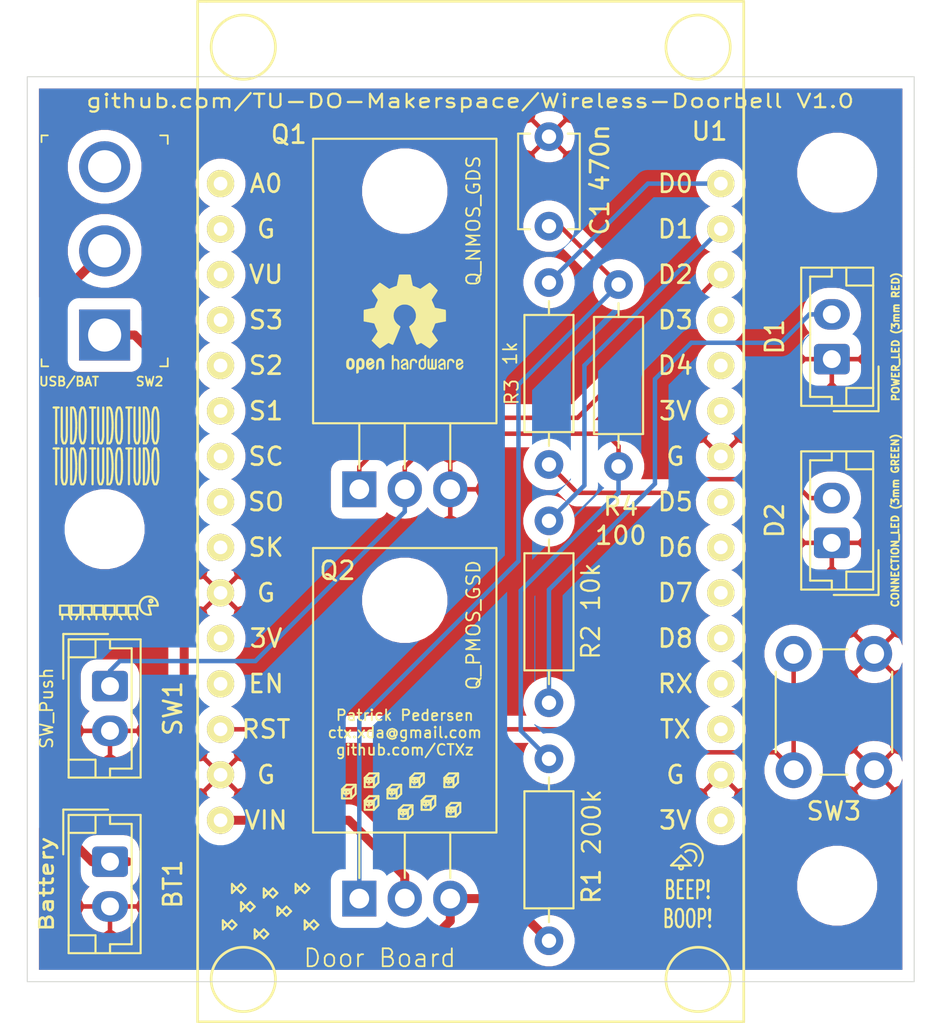
<source format=kicad_pcb>
(kicad_pcb (version 20221018) (generator pcbnew)
  (title_block (title "TUDO Doorbell PCB / Door") (date "2021-12-07") (rev "V1.0") (company "TUDO Makerspace") (comment 1 "https://tapr.org/the-tapr-open-hardware-license/") (comment 2 "License: TAPR Open Hardware License v1.0") (comment 3 "ctx.xda@gmail.com") (comment 4 "Author: Patrick Pedersen"))
  (layers (0 "F.Cu" signal) (31 "B.Cu" signal) (34 "B.Paste" user) (35 "F.Paste" user) (36 "B.SilkS" user "B.Silkscreen") (37 "F.SilkS" user "F.Silkscreen") (38 "B.Mask" user) (39 "F.Mask" user) (44 "Edge.Cuts" user))
  (net 0 "")
  (net 1 "GND")
  (net 2 "9V_BAT_+")
  (net 3 "Net-(C1-Pad1)")
  (net 4 "POWER_LED")
  (net 5 "CONNECTION_LED")
  (net 6 "POWER_LATCH")
  (net 7 "NODE_VIN")
  (net 8 "Net-(U1-Pad18)")
  (net 9 "Net-(U1-Pad19)")
  (net 10 "Net-(U1-Pad20)")
  (net 11 "Net-(U1-Pad21)")
  (net 12 "Net-(U1-Pad22)")
  (net 13 "Net-(U1-Pad23)")
  (net 14 "Net-(U1-Pad26)")
  (net 15 "Net-(U1-Pad12)")
  (net 16 "Net-(U1-Pad9)")
  (net 17 "Net-(U1-Pad8)")
  (net 18 "Net-(U1-Pad7)")
  (net 19 "Net-(U1-Pad6)")
  (net 20 "Net-(U1-Pad5)")
  (net 21 "Net-(U1-Pad4)")
  (net 22 "Net-(U1-Pad3)")
  (net 23 "Net-(U1-Pad2)")
  (net 24 "Net-(U1-Pad1)")
  (net 25 "Net-(D1-Pad2)")
  (net 26 "Net-(D2-Pad2)")
  (net 27 "Net-(BT1-Pad1)")
  (net 28 "Net-(Q1-Pad2)")
  (net 29 "DBG_BTN")
  (net 30 "RST_BTN")
  (footprint "MountingHole:MountingHole_3.2mm_M3" (layer "F.Cu") (at 57.152 114.935)
    (fp_text reference "REF**" hide)
    (fp_text value "MountingHole_3.2mm_M3" hide)
    (pad "" np_thru_hole circle (at 0 0) (size 3.2 3.2) (drill 3.2) (layers "*.Cu" "*.Mask"))
  )
  (footprint "MountingHole:MountingHole_3.2mm_M3" (layer "F.Cu") (at 98.0628 95.021)
    (fp_text reference "REF**" hide)
    (fp_text value "MountingHole_3.2mm_M3" hide)
    (pad "" np_thru_hole circle (at 0 0) (size 3.2 3.2) (drill 3.2) (layers "*.Cu" "*.Mask"))
  )
  (footprint "Connector_JST:JST_EH_B2B-EH-A_1x02_P2.50mm_Vertical" (layer "F.Cu") (at 97.7628 105.4354 90)
    (fp_text reference "D1" (at 1.25 -3.1905 90) (layer "F.SilkS"))
    (fp_text value "POWER_LED (3mm RED)" (at 1.25 3.5659 90) (layer "F.SilkS") (effects (font (size 0.4 0.4) (thickness 0.1))))
    (pad "1" thru_hole roundrect (at 0 0 90) (size 1.7 2) (drill 1) (layers "*.Cu" "*.Mask") (roundrect_rratio 0.147) (net 1 "GND"))
    (pad "2" thru_hole oval (at 2.5 0 90) (size 1.7 2) (drill 1) (layers "*.Cu" "*.Mask") (net 25 "Net-(D1-Pad2)"))
  )
  (footprint "Package_TO_SOT_THT:TO-220-3_Horizontal_TabDown" (layer "F.Cu") (at 71.374 112.707)
    (fp_text reference "Q1" (at -3.937 -19.8192) (layer "F.SilkS"))
    (fp_text value "Q_NMOS_GDS" (at 6.3754 -14.9932 90) (layer "F.SilkS") (effects (font (size 0.75 0.75) (thickness 0.1))))
    (pad "" np_thru_hole oval (at 2.54 -16.66) (size 3.5 3.5) (drill 3.5) (layers "*.Cu" "*.Mask"))
    (pad "1" thru_hole rect (at 0 0) (size 1.905 2) (drill 1.1) (layers "*.Cu" "*.Mask") (net 6 "POWER_LATCH"))
    (pad "2" thru_hole oval (at 2.54 0) (size 1.905 2) (drill 1.1) (layers "*.Cu" "*.Mask") (net 28 "Net-(Q1-Pad2)"))
    (pad "3" thru_hole oval (at 5.08 0) (size 1.905 2) (drill 1.1) (layers "*.Cu" "*.Mask") (net 1 "GND"))
  )
  (footprint "ESP8266-Kicad:NodeMCU-LoLinV3" (layer "F.Cu") (at 77.595 115.951)
    (fp_text reference "U1" (at 13.337 -23.241) (layer "F.SilkS"))
    (fp_text value "NODEMCU v3")
    (fp_text user "D6" (at 11.43 0) (layer "F.SilkS"))
    (fp_text user "3V" (at 11.43 15.24) (layer "F.SilkS"))
    (fp_text user "SC" (at -11.43 -5.08) (layer "F.SilkS"))
    (fp_text user "3V" (at 11.43 -7.62) (layer "F.SilkS"))
    (fp_text user "VIN" (at -11.43 15.24) (layer "F.SilkS"))
    (fp_text user "D0" (at 11.43 -20.32) (layer "F.SilkS"))
    (fp_text user "D5" (at 11.43 -2.54) (layer "F.SilkS"))
    (fp_text user "D2" (at 11.43 -15.24) (layer "F.SilkS"))
    (fp_text user "S3" (at -11.43 -12.7) (layer "F.SilkS"))
    (fp_text user "TX" (at 11.43 10.16) (layer "F.SilkS"))
    (fp_text user "S1" (at -11.43 -7.62) (layer "F.SilkS"))
    (fp_text user "G" (at -11.43 2.54) (layer "F.SilkS"))
    (fp_text user "D8" (at 11.43 5.08) (layer "F.SilkS"))
    (fp_text user "D4" (at 11.43 -10.16) (layer "F.SilkS"))
    (fp_text user "RX" (at 11.43 7.62) (layer "F.SilkS"))
    (fp_text user "A0" (at -11.43 -20.32) (layer "F.SilkS"))
    (fp_text user "RST" (at -11.43 10.16) (layer "F.SilkS"))
    (fp_text user "G" (at 11.43 -5.08) (layer "F.SilkS"))
    (fp_text user "G" (at 11.43 12.7) (layer "F.SilkS"))
    (fp_text user "G" (at -11.43 -17.78) (layer "F.SilkS"))
    (fp_text user "S2" (at -11.43 -10.16) (layer "F.SilkS"))
    (fp_text user "D3" (at 11.43 -12.7) (layer "F.SilkS"))
    (fp_text user "D7" (at 11.43 2.54) (layer "F.SilkS"))
    (fp_text user "EN" (at -11.43 7.62) (layer "F.SilkS"))
    (fp_text user "SO" (at -11.43 -2.54) (layer "F.SilkS"))
    (fp_text user "SK" (at -11.43 0) (layer "F.SilkS"))
    (fp_text user "3V" (at -11.43 5.08) (layer "F.SilkS"))
    (fp_text user "D1" (at 11.43 -17.78) (layer "F.SilkS"))
    (fp_text user "G" (at -11.43 12.7) (layer "F.SilkS"))
    (fp_text user "VU" (at -11.43 -15.24) (layer "F.SilkS"))
    (pad "1" thru_hole circle (at -13.97 -20.32) (size 1.524 1.524) (drill 0.762) (layers "*.Cu" "*.Mask" "F.SilkS") (net 24 "Net-(U1-Pad1)"))
    (pad "2" thru_hole circle (at -13.97 -17.78) (size 1.524 1.524) (drill 0.762) (layers "*.Cu" "*.Mask" "F.SilkS") (net 23 "Net-(U1-Pad2)"))
    (pad "3" thru_hole circle (at -13.97 -15.24) (size 1.524 1.524) (drill 0.762) (layers "*.Cu" "*.Mask" "F.SilkS") (net 22 "Net-(U1-Pad3)"))
    (pad "4" thru_hole circle (at -13.97 -12.7) (size 1.524 1.524) (drill 0.762) (layers "*.Cu" "*.Mask" "F.SilkS") (net 21 "Net-(U1-Pad4)"))
    (pad "5" thru_hole circle (at -13.97 -10.16) (size 1.524 1.524) (drill 0.762) (layers "*.Cu" "*.Mask" "F.SilkS") (net 20 "Net-(U1-Pad5)"))
    (pad "6" thru_hole circle (at -13.97 -7.62) (size 1.524 1.524) (drill 0.762) (layers "*.Cu" "*.Mask" "F.SilkS") (net 19 "Net-(U1-Pad6)"))
    (pad "7" thru_hole circle (at -13.97 -5.08) (size 1.524 1.524) (drill 0.762) (layers "*.Cu" "*.Mask" "F.SilkS") (net 18 "Net-(U1-Pad7)"))
    (pad "8" thru_hole circle (at -13.97 -2.54) (size 1.524 1.524) (drill 0.762) (layers "*.Cu" "*.Mask" "F.SilkS") (net 17 "Net-(U1-Pad8)"))
    (pad "9" thru_hole circle (at -13.97 0) (size 1.524 1.524) (drill 0.762) (layers "*.Cu" "*.Mask" "F.SilkS") (net 16 "Net-(U1-Pad9)"))
    (pad "10" thru_hole circle (at -13.97 2.54) (size 1.524 1.524) (drill 0.762) (layers "*.Cu" "*.Mask" "F.SilkS") (net 1 "GND"))
    (pad "11" thru_hole circle (at -13.97 5.08) (size 1.524 1.524) (drill 0.762) (layers "*.Cu" "*.Mask" "F.SilkS"))
    (pad "12" thru_hole circle (at -13.97 7.62) (size 1.524 1.524) (drill 0.762) (layers "*.Cu" "*.Mask" "F.SilkS") (net 15 "Net-(U1-Pad12)"))
    (pad "13" thru_hole circle (at -13.97 10.16) (size 1.524 1.524) (drill 0.762) (layers "*.Cu" "*.Mask" "F.SilkS") (net 30 "RST_BTN"))
    (pad "14" thru_hole circle (at -13.97 12.7) (size 1.524 1.524) (drill 0.762) (layers "*.Cu" "*.Mask" "F.SilkS") (net 1 "GND"))
    (pad "15" thru_hole circle (at -13.97 15.24) (size 1.524 1.524) (drill 0.762) (layers "*.Cu" "*.Mask" "F.SilkS") (net 7 "NODE_VIN"))
    (pad "16" thru_hole circle (at 13.97 15.24) (size 1.524 1.524) (drill 0.762) (layers "*.Cu" "*.Mask" "F.SilkS"))
    (pad "17" thru_hole circle (at 13.97 12.7) (size 1.524 1.524) (drill 0.762) (layers "*.Cu" "*.Mask" "F.SilkS") (net 1 "GND"))
    (pad "18" thru_hole circle (at 13.97 10.16) (size 1.524 1.524) (drill 0.762) (layers "*.Cu" "*.Mask" "F.SilkS") (net 8 "Net-(U1-Pad18)"))
    (pad "19" thru_hole circle (at 13.97 7.62) (size 1.524 1.524) (drill 0.762) (layers "*.Cu" "*.Mask" "F.SilkS") (net 9 "Net-(U1-Pad19)"))
    (pad "20" thru_hole circle (at 13.97 5.08) (size 1.524 1.524) (drill 0.762) (layers "*.Cu" "*.Mask" "F.SilkS") (net 10 "Net-(U1-Pad20)"))
    (pad "21" thru_hole circle (at 13.97 2.54) (size 1.524 1.524) (drill 0.762) (layers "*.Cu" "*.Mask" "F.SilkS") (net 11 "Net-(U1-Pad21)"))
    (pad "22" thru_hole circle (at 13.97 0) (size 1.524 1.524) (drill 0.762) (layers "*.Cu" "*.Mask" "F.SilkS") (net 12 "Net-(U1-Pad22)"))
    (pad "23" thru_hole circle (at 13.97 -2.54) (size 1.524 1.524) (drill 0.762) (layers "*.Cu" "*.Mask" "F.SilkS") (net 13 "Net-(U1-Pad23)"))
    (pad "24" thru_hole circle (at 13.97 -5.08) (size 1.524 1.524) (drill 0.762) (layers "*.Cu" "*.Mask" "F.SilkS") (net 1 "GND"))
    (pad "25" thru_hole circle (at 13.97 -7.62) (size 1.524 1.524) (drill 0.762) (layers "*.Cu" "*.Mask" "F.SilkS"))
    (pad "26" thru_hole circle (at 13.97 -10.16) (size 1.524 1.524) (drill 0.762) (layers "*.Cu" "*.Mask" "F.SilkS") (net 14 "Net-(U1-Pad26)"))
    (pad "27" thru_hole circle (at 13.97 -12.7) (size 1.524 1.524) (drill 0.762) (layers "*.Cu" "*.Mask" "F.SilkS") (net 29 "DBG_BTN"))
    (pad "28" thru_hole circle (at 13.97 -15.24) (size 1.524 1.524) (drill 0.762) (layers "*.Cu" "*.Mask" "F.SilkS") (net 6 "POWER_LATCH"))
    (pad "29" thru_hole circle (at 13.97 -17.78) (size 1.524 1.524) (drill 0.762) (layers "*.Cu" "*.Mask" "F.SilkS") (net 4 "POWER_LED"))
    (pad "30" thru_hole circle (at 13.97 -20.32) (size 1.524 1.524) (drill 0.762) (layers "*.Cu" "*.Mask" "F.SilkS") (net 5 "CONNECTION_LED"))
  )
  (footprint "Symbol:OSHW-Logo2_7.3x6mm_SilkScreen" (layer "F.Cu") (at 73.914 103.470272)
    (fp_text reference "REF**" hide)
    (fp_text value "OSHW-Logo2_7.3x6mm_SilkScreen" hide)
  )
  (footprint "Package_TO_SOT_THT:TO-220-3_Horizontal_TabDown" (layer "F.Cu") (at 71.374 135.567)
    (fp_text reference "Q2" (at -1.2192 -18.3206) (layer "F.SilkS"))
    (fp_text value "Q_PMOS_GSD" (at 6.3754 -15.2726 90) (layer "F.SilkS") (effects (font (size 0.75 0.75) (thickness 0.1))))
    (pad "" np_thru_hole oval (at 2.54 -16.66) (size 3.5 3.5) (drill 3.5) (layers "*.Cu" "*.Mask"))
    (pad "1" thru_hole rect (at 0 0) (size 1.905 2) (drill 1.1) (layers "*.Cu" "*.Mask") (net 3 "Net-(C1-Pad1)"))
    (pad "2" thru_hole oval (at 2.54 0) (size 1.905 2) (drill 1.1) (layers "*.Cu" "*.Mask") (net 7 "NODE_VIN"))
    (pad "3" thru_hole oval (at 5.08 0) (size 1.905 2) (drill 1.1) (layers "*.Cu" "*.Mask") (net 2 "9V_BAT_+"))
  )
  (footprint "Button_Switch_THT:SW_PUSH_6mm" (layer "F.Cu") (at 95.631 128.397 90)
    (fp_text reference "SW3" (at -2.286 2.25 180) (layer "F.SilkS"))
    (fp_text value "RST_BTN")
    (pad "1" thru_hole circle (at 0 0 180) (size 2 2) (drill 1.1) (layers "*.Cu" "*.Mask") (net 30 "RST_BTN"))
    (pad "1" thru_hole circle (at 6.5 0 180) (size 2 2) (drill 1.1) (layers "*.Cu" "*.Mask") (net 30 "RST_BTN"))
    (pad "2" thru_hole circle (at 0 4.5 180) (size 2 2) (drill 1.1) (layers "*.Cu" "*.Mask") (net 1 "GND"))
    (pad "2" thru_hole circle (at 6.5 4.5 180) (size 2 2) (drill 1.1) (layers "*.Cu" "*.Mask") (net 1 "GND"))
  )
  (footprint "digikey-footprints:Toggle_Switch_100SP1T1B4M2QE" (layer "F.Cu") (at 57.152 104.0892 90)
    (fp_text reference "SW2" (at -2.5983 2.512144 180) (layer "F.SilkS") (effects (font (size 0.5 0.5) (thickness 0.1))))
    (fp_text value "USB/BAT" (at -2.5983 -1.988335 180) (layer "F.SilkS") (effects (font (size 0.5 0.5) (thickness 0.1))))
    (pad "1" thru_hole rect (at 0 0 90) (size 2.85 2.85) (drill 1.85) (layers "*.Cu" "*.Mask") (net 2 "9V_BAT_+"))
    (pad "2" thru_hole circle (at 4.7 0 90) (size 2.85 2.85) (drill 1.85) (layers "*.Cu" "*.Mask") (net 27 "Net-(BT1-Pad1)"))
    (pad "3" thru_hole circle (at 9.4 0 90) (size 2.85 2.85) (drill 1.85) (layers "*.Cu" "*.Mask"))
  )
  (footprint "Connector_JST:JST_EH_B2B-EH-A_1x02_P2.50mm_Vertical" (layer "F.Cu") (at 57.452 123.698 -90)
    (fp_text reference "SW1" (at 1.25 -3.508 90) (layer "F.SilkS"))
    (fp_text value "SW_Push" (at 1.2385 3.5405 90) (layer "F.SilkS") (effects (font (size 0.7 0.7) (thickness 0.1))))
    (pad "1" thru_hole roundrect (at 0 0 270) (size 1.7 2) (drill 1) (layers "*.Cu" "*.Mask") (roundrect_rratio 0.147059) (net 28 "Net-(Q1-Pad2)"))
    (pad "2" thru_hole oval (at 2.5 0 270) (size 1.7 2) (drill 1) (layers "*.Cu" "*.Mask") (net 1 "GND"))
  )
  (footprint "Connector_JST:JST_EH_B2B-EH-A_1x02_P2.50mm_Vertical" (layer "F.Cu") (at 57.452 133.5062 -90)
    (fp_text reference "BT1" (at 1.25 -3.508 90) (layer "F.SilkS"))
    (fp_text value "Battery" (at 1.25 3.5405 90) (layer "F.SilkS") (effects (font (size 0.75 1))))
    (pad "1" thru_hole roundrect (at 0 0 270) (size 1.7 2) (drill 1) (layers "*.Cu" "*.Mask") (roundrect_rratio 0.147059) (net 27 "Net-(BT1-Pad1)"))
    (pad "2" thru_hole oval (at 2.5 0 270) (size 1.7 2) (drill 1) (layers "*.Cu" "*.Mask") (net 1 "GND"))
  )
  (footprint "Resistor_THT:R_Axial_DIN0207_L6.3mm_D2.5mm_P10.16mm_Horizontal" (layer "F.Cu") (at 85.852 111.4298 90)
    (fp_text reference "R4" (at -2.2352 0.127 180) (layer "F.SilkS"))
    (fp_text value "100" (at -3.8608 0.127 180) (layer "F.SilkS"))
    (pad "1" thru_hole circle (at 0 0 90) (size 1.6 1.6) (drill 0.8) (layers "*.Cu" "*.Mask") (net 28 "Net-(Q1-Pad2)"))
    (pad "2" thru_hole oval (at 10.16 0 90) (size 1.6 1.6) (drill 0.8) (layers "*.Cu" "*.Mask") (net 3 "Net-(C1-Pad1)"))
  )
  (footprint "Resistor_THT:R_Axial_DIN0207_L6.3mm_D2.5mm_P10.16mm_Horizontal" (layer "F.Cu") (at 81.9658 114.4684 -90)
    (fp_text reference "R2" (at 6.7752 -2.3368 90) (layer "F.SilkS") (effects (font (thickness 0.125))))
    (fp_text value "10k" (at 3.6924 -2.3368 90) (layer "F.SilkS") (effects (font (thickness 0.125))))
    (pad "1" thru_hole circle (at 0 0 270) (size 1.6 1.6) (drill 0.8) (layers "*.Cu" "*.Mask") (net 4 "POWER_LED"))
    (pad "2" thru_hole oval (at 10.16 0 270) (size 1.6 1.6) (drill 0.8) (layers "*.Cu" "*.Mask") (net 25 "Net-(D1-Pad2)"))
  )
  (footprint "Resistor_THT:R_Axial_DIN0207_L6.3mm_D2.5mm_P10.16mm_Horizontal" (layer "F.Cu") (at 81.9658 101.1588 -90)
    (fp_text reference "R3" (at 6.1148 2.0828 -90) (layer "F.SilkS") (effects (font (size 0.75 0.75) (thickness 0.1))))
    (fp_text value "1k" (at 3.9624 2.1668 90) (layer "F.SilkS") (effects (font (size 0.75 0.75) (thickness 0.1))))
    (pad "1" thru_hole circle (at 0 0 270) (size 1.6 1.6) (drill 0.8) (layers "*.Cu" "*.Mask") (net 5 "CONNECTION_LED"))
    (pad "2" thru_hole oval (at 10.16 0 270) (size 1.6 1.6) (drill 0.8) (layers "*.Cu" "*.Mask") (net 26 "Net-(D2-Pad2)"))
  )
  (footprint "Capacitor_THT:C_Disc_D5.1mm_W3.2mm_P5.00mm" (layer "F.Cu") (at 81.9658 98.0092 90)
    (fp_text reference "C1" (at 0.4638 2.8448 90) (layer "F.SilkS"))
    (fp_text value "470n" (at 3.8006 2.8448 90) (layer "F.SilkS"))
    (pad "1" thru_hole circle (at 0 0 90) (size 1.6 1.6) (drill 0.8) (layers "*.Cu" "*.Mask") (net 3 "Net-(C1-Pad1)"))
    (pad "2" thru_hole circle (at 5 0 90) (size 1.6 1.6) (drill 0.8) (layers "*.Cu" "*.Mask") (net 1 "GND"))
  )
  (footprint "Resistor_THT:R_Axial_DIN0207_L6.3mm_D2.5mm_P10.16mm_Horizontal" (layer "F.Cu") (at 81.9658 127.762 -90)
    (fp_text reference "R1" (at 7.1214 -2.37 90) (layer "F.SilkS"))
    (fp_text value "200k" (at 3.5306 -2.3876 90) (layer "F.SilkS") (effects (font (thickness 0.125))))
    (pad "1" thru_hole circle (at 0 0 270) (size 1.6 1.6) (drill 0.8) (layers "*.Cu" "*.Mask") (net 28 "Net-(Q1-Pad2)"))
    (pad "2" thru_hole oval (at 10.16 0 270) (size 1.6 1.6) (drill 0.8) (layers "*.Cu" "*.Mask") (net 2 "9V_BAT_+"))
  )
  (footprint "MountingHole:MountingHole_3.2mm_M3" (layer "F.Cu") (at 98.0628 134.848)
    (fp_text reference "REF**" hide)
    (fp_text value "MountingHole_3.2mm_M3" hide)
    (pad "" np_thru_hole circle (at 0 0) (size 3.2 3.2) (drill 3.2) (layers "*.Cu" "*.Mask"))
  )
  (footprint "Connector_JST:JST_EH_B2B-EH-A_1x02_P2.50mm_Vertical" (layer "F.Cu") (at 97.7628 115.697 90)
    (fp_text reference "D2" (at 1.25 -3.1905 90) (layer "F.SilkS"))
    (fp_text value "CONNECTION_LED (3mm GREEN)" (at 1.25 3.5405 90) (layer "F.SilkS") (effects (font (size 0.4 0.4) (thickness 0.1))))
    (pad "1" thru_hole roundrect (at 0 0 90) (size 1.7 2) (drill 1) (layers "*.Cu" "*.Mask") (roundrect_rratio 0.147) (net 1 "GND"))
    (pad "2" thru_hole oval (at 2.5 0 90) (size 1.7 2) (drill 1) (layers "*.Cu" "*.Mask") (net 26 "Net-(D2-Pad2)"))
  )
  (gr_line (start 64.262 134.747) (end 64.516 135.001) (stroke (width 0.12)) (layer "F.SilkS"))
  (gr_line (start 65.278 135.763) (end 64.77 136.271) (stroke (width 0.12)) (layer "F.SilkS"))
  (gr_line (start 65.532 136.017) (end 65.278 135.763) (stroke (width 0.12)) (layer "F.SilkS"))
  (gr_line (start 65.024 136.017) (end 65.278 136.271) (stroke (width 0.12)) (layer "F.SilkS"))
  (gr_line (start 64.77 135.763) (end 65.024 136.017) (stroke (width 0.12)) (layer "F.SilkS"))
  (gr_line (start 65.278 136.271) (end 65.532 136.017) (stroke (width 0.12)) (layer "F.SilkS"))
  (gr_line (start 64.77 136.271) (end 64.77 135.763) (stroke (width 0.12)) (layer "F.SilkS"))
  (gr_line (start 64.516 137.033) (end 64.262 136.779) (stroke (width 0.12)) (layer "F.SilkS"))
  (gr_line (start 64.262 137.287) (end 64.516 137.033) (stroke (width 0.12)) (layer "F.SilkS"))
  (gr_line (start 63.754 137.287) (end 63.754 136.779) (stroke (width 0.12)) (layer "F.SilkS"))
  (gr_line (start 63.754 136.779) (end 64.008 137.033) (stroke (width 0.12)) (layer "F.SilkS"))
  (gr_line (start 64.008 137.033) (end 64.262 137.287) (stroke (width 0.12)) (layer "F.SilkS"))
  (gr_line (start 64.262 136.779) (end 63.754 137.287) (stroke (width 0.12)) (layer "F.SilkS"))
  (gr_line (start 66.802 135.255) (end 66.548 135.001) (stroke (width 0.12)) (layer "F.SilkS"))
  (gr_line (start 66.548 135.509) (end 66.802 135.255) (stroke (width 0.12)) (layer "F.SilkS"))
  (gr_line (start 66.294 135.255) (end 66.548 135.509) (stroke (width 0.12)) (layer "F.SilkS"))
  (gr_line (start 66.04 135.509) (end 66.04 135.001) (stroke (width 0.12)) (layer "F.SilkS"))
  (gr_line (start 66.04 135.001) (end 66.294 135.255) (stroke (width 0.12)) (layer "F.SilkS"))
  (gr_line (start 66.548 135.001) (end 66.04 135.509) (stroke (width 0.12)) (layer "F.SilkS"))
  (gr_line (start 67.818 135.255) (end 67.818 134.747) (stroke (width 0.12)) (layer "F.SilkS"))
  (gr_line (start 68.58 135.001) (end 68.326 134.747) (stroke (width 0.12)) (layer "F.SilkS"))
  (gr_line (start 67.818 134.747) (end 68.072 135.001) (stroke (width 0.12)) (layer "F.SilkS"))
  (gr_line (start 68.326 135.255) (end 68.58 135.001) (stroke (width 0.12)) (layer "F.SilkS"))
  (gr_line (start 68.072 135.001) (end 68.326 135.255) (stroke (width 0.12)) (layer "F.SilkS"))
  (gr_line (start 68.326 134.747) (end 67.818 135.255) (stroke (width 0.12)) (layer "F.SilkS"))
  (gr_line (start 66.802 136.017) (end 67.056 136.271) (stroke (width 0.12)) (layer "F.SilkS"))
  (gr_line (start 67.31 136.525) (end 67.564 136.271) (stroke (width 0.12)) (layer "F.SilkS"))
  (gr_line (start 67.31 136.017) (end 66.802 136.525) (stroke (width 0.12)) (layer "F.SilkS"))
  (gr_line (start 66.802 136.525) (end 66.802 136.017) (stroke (width 0.12)) (layer "F.SilkS"))
  (gr_line (start 67.564 136.271) (end 67.31 136.017) (stroke (width 0.12)) (layer "F.SilkS"))
  (gr_line (start 67.056 136.271) (end 67.31 136.525) (stroke (width 0.12)) (layer "F.SilkS"))
  (gr_line (start 68.834 136.779) (end 68.326 137.287) (stroke (width 0.12)) (layer "F.SilkS"))
  (gr_line (start 68.834 137.287) (end 69.088 137.033) (stroke (width 0.12)) (layer "F.SilkS"))
  (gr_line (start 69.088 137.033) (end 68.834 136.779) (stroke (width 0.12)) (layer "F.SilkS"))
  (gr_line (start 68.58 137.033) (end 68.834 137.287) (stroke (width 0.12)) (layer "F.SilkS"))
  (gr_line (start 68.326 137.287) (end 68.326 136.779) (stroke (width 0.12)) (layer "F.SilkS"))
  (gr_line (start 68.326 136.779) (end 68.58 137.033) (stroke (width 0.12)) (layer "F.SilkS"))
  (gr_line (start 65.532 137.795) (end 65.532 137.287) (stroke (width 0.12)) (layer "F.SilkS"))
  (gr_line (start 66.294 137.541) (end 66.04 137.287) (stroke (width 0.12)) (layer "F.SilkS"))
  (gr_line (start 66.04 137.795) (end 66.294 137.541) (stroke (width 0.12)) (layer "F.SilkS"))
  (gr_line (start 65.786 137.541) (end 66.04 137.795) (stroke (width 0.12)) (layer "F.SilkS"))
  (gr_line (start 66.04 137.287) (end 65.532 137.795) (stroke (width 0.12)) (layer "F.SilkS"))
  (gr_line (start 65.532 137.287) (end 65.786 137.541) (stroke (width 0.12)) (layer "F.SilkS"))
  (gr_line (start 70.9168 129.4638) (end 70.4088 129.4638) (stroke (width 0.12)) (layer "F.SilkS"))
  (gr_line (start 71.1708 129.2098) (end 71.1708 129.7178) (stroke (width 0.12)) (layer "F.SilkS"))
  (gr_line (start 70.6628 129.2098) (end 71.1708 129.2098) (stroke (width 0.12)) (layer "F.SilkS"))
  (gr_circle (center 70.739 129.6162) (end 70.769 129.6162) (stroke (width 0.12)) (fill none) (layer "F.SilkS"))
  (gr_circle (center 71.9066 129.159) (end 71.9566 129.159) (stroke (width 0.05)) (fill none) (layer "F.SilkS"))
  (gr_line (start 71.6788 128.8288) (end 71.6788 129.3368) (stroke (width 0.12)) (layer "F.SilkS"))
  (gr_line (start 72.1868 129.3368) (end 72.4408 129.0828) (stroke (width 0.12)) (layer "F.SilkS"))
  (gr_line (start 71.6788 128.8288) (end 71.9328 128.5748) (stroke (width 0.12)) (layer "F.SilkS"))
  (gr_line (start 72.1868 128.8288) (end 72.4408 128.5748) (stroke (width 0.12)) (layer "F.SilkS"))
  (gr_line (start 72.4408 128.5748) (end 72.4408 129.0828) (stroke (width 0.12)) (layer "F.SilkS"))
  (gr_line (start 71.9328 128.5748) (end 72.4408 128.5748) (stroke (width 0.12)) (layer "F.SilkS"))
  (gr_line (start 72.1868 128.8288) (end 71.6788 128.8288) (stroke (width 0.12)) (layer "F.SilkS"))
  (gr_line (start 71.6788 129.3368) (end 72.1868 129.3368) (stroke (width 0.12)) (layer "F.SilkS"))
  (gr_circle (center 72.009 128.9812) (end 72.039 128.9812) (stroke (width 0.12)) (fill none) (layer "F.SilkS"))
  (gr_circle (center 71.8312 128.9812) (end 71.8612 128.9812) (stroke (width 0.12)) (fill none) (layer "F.SilkS"))
  (gr_line (start 72.1868 129.3368) (end 72.1868 128.8288) (stroke (width 0.12)) (layer "F.SilkS"))
  (gr_line (start 71.9328 129.8448) (end 72.4408 129.8448) (stroke (width 0.12)) (layer "F.SilkS"))
  (gr_line (start 72.1868 130.0988) (end 72.4408 129.8448) (stroke (width 0.12)) (layer "F.SilkS"))
  (gr_line (start 72.1868 130.6068) (end 72.1868 130.0988) (stroke (width 0.12)) (layer "F.SilkS"))
  (gr_line (start 72.4408 129.8448) (end 72.4408 130.3528) (stroke (width 0.12)) (layer "F.SilkS"))
  (gr_line (start 72.1868 130.6068) (end 72.4408 130.3528) (stroke (width 0.12)) (layer "F.SilkS"))
  (gr_line (start 71.6788 130.0988) (end 71.6788 130.6068) (stroke (width 0.12)) (layer "F.SilkS"))
  (gr_line (start 72.1868 130.0988) (end 71.6788 130.0988) (stroke (width 0.12)) (layer "F.SilkS"))
  (gr_line (start 71.6788 130.6068) (end 72.1868 130.6068) (stroke (width 0.12)) (layer "F.SilkS"))
  (gr_circle (center 72.009 130.2512) (end 72.039 130.2512) (stroke (width 0.12)) (fill none) (layer "F.SilkS"))
  (gr_circle (center 71.9066 130.429) (end 71.9566 130.429) (stroke (width 0.05)) (fill none) (layer "F.SilkS"))
  (gr_line (start 71.6788 130.0988) (end 71.9328 129.8448) (stroke (width 0.12)) (layer "F.SilkS"))
  (gr_circle (center 71.8312 130.2512) (end 71.8612 130.2512) (stroke (width 0.12)) (fill none) (layer "F.SilkS"))
  (gr_line (start 73.4568 129.9718) (end 73.4568 129.4638) (stroke (width 0.12)) (layer "F.SilkS"))
  (gr_circle (center 73.1766 129.794) (end 73.2266 129.794) (stroke (width 0.05)) (fill none) (layer "F.SilkS"))
  (gr_line (start 72.9488 129.4638) (end 72.9488 129.9718) (stroke (width 0.12)) (layer "F.SilkS"))
  (gr_line (start 72.9488 129.9718) (end 73.4568 129.9718) (stroke (width 0.12)) (layer "F.SilkS"))
  (gr_line (start 73.4568 129.9718) (end 73.7108 129.7178) (stroke (width 0.12)) (layer "F.SilkS"))
  (gr_line (start 73.7108 129.2098) (end 73.7108 129.7178) (stroke (width 0.12)) (layer "F.SilkS"))
  (gr_circle (center 73.279 129.6162) (end 73.309 129.6162) (stroke (width 0.12)) (fill none) (layer "F.SilkS"))
  (gr_line (start 73.2028 129.2098) (end 73.7108 129.2098) (stroke (width 0.12)) (layer "F.SilkS"))
  (gr_line (start 73.4568 129.4638) (end 73.7108 129.2098) (stroke (width 0.12)) (layer "F.SilkS"))
  (gr_line (start 72.9488 129.4638) (end 73.2028 129.2098) (stroke (width 0.12)) (layer "F.SilkS"))
  (gr_circle (center 73.1012 129.6162) (end 73.1312 129.6162) (stroke (width 0.12)) (fill none) (layer "F.SilkS"))
  (gr_line (start 73.4568 129.4638) (end 72.9488 129.4638) (stroke (width 0.12)) (layer "F.SilkS"))
  (gr_line (start 74.2188 128.8288) (end 74.2188 129.3368) (stroke (width 0.12)) (layer "F.SilkS"))
  (gr_line (start 74.9808 128.5748) (end 74.9808 129.0828) (stroke (width 0.12)) (layer "F.SilkS"))
  (gr_line (start 74.4728 128.5748) (end 74.9808 128.5748) (stroke (width 0.12)) (layer "F.SilkS"))
  (gr_line (start 74.7268 129.3368) (end 74.7268 128.8288) (stroke (width 0.12)) (layer "F.SilkS"))
  (gr_line (start 74.2188 128.8288) (end 74.4728 128.5748) (stroke (width 0.12)) (layer "F.SilkS"))
  (gr_circle (center 74.549 128.9812) (end 74.579 128.9812) (stroke (width 0.12)) (fill none) (layer "F.SilkS"))
  (gr_line (start 74.2188 129.3368) (end 74.7268 129.3368) (stroke (width 0.12)) (layer "F.SilkS"))
  (gr_line (start 74.7268 128.8288) (end 74.2188 128.8288) (stroke (width 0.12)) (layer "F.SilkS"))
  (gr_circle (center 74.3712 128.9812) (end 74.4012 128.9812) (stroke (width 0.12)) (fill none) (layer "F.SilkS"))
  (gr_line (start 74.7268 129.3368) (end 74.9808 129.0828) (stroke (width 0.12)) (layer "F.SilkS"))
  (gr_line (start 74.7268 128.8288) (end 74.9808 128.5748) (stroke (width 0.12)) (layer "F.SilkS"))
  (gr_circle (center 74.4466 129.159) (end 74.4966 129.159) (stroke (width 0.05)) (fill none) (layer "F.SilkS"))
  (gr_line (start 74.8538 130.6068) (end 75.3618 130.6068) (stroke (width 0.12)) (layer "F.SilkS"))
  (gr_line (start 75.6158 129.8448) (end 75.6158 130.3528) (stroke (width 0.12)) (layer "F.SilkS"))
  (gr_line (start 75.3618 130.6068) (end 75.3618 130.0988) (stroke (width 0.12)) (layer "F.SilkS"))
  (gr_line (start 75.1078 129.8448) (end 75.6158 129.8448) (stroke (width 0.12)) (layer "F.SilkS"))
  (gr_line (start 75.3618 130.6068) (end 75.6158 130.3528) (stroke (width 0.12)) (layer "F.SilkS"))
  (gr_circle (center 75.184 130.2512) (end 75.214 130.2512) (stroke (width 0.12)) (fill none) (layer "F.SilkS"))
  (gr_circle (center 75.0816 130.429) (end 75.1316 130.429) (stroke (width 0.05)) (fill none) (layer "F.SilkS"))
  (gr_line (start 74.8538 130.0988) (end 74.8538 130.6068) (stroke (width 0.12)) (layer "F.SilkS"))
  (gr_circle (center 75.0062 130.2512) (end 75.0362 130.2512) (stroke (width 0.12)) (fill none) (layer "F.SilkS"))
  (gr_line (start 75.3618 130.0988) (end 75.6158 129.8448) (stroke (width 0.12)) (layer "F.SilkS"))
  (gr_line (start 75.3618 130.0988) (end 74.8538 130.0988) (stroke (width 0.12)) (layer "F.SilkS"))
  (gr_line (start 74.8538 130.0988) (end 75.1078 129.8448) (stroke (width 0.12)) (layer "F.SilkS"))
  (gr_line (start 76.6318 129.3368) (end 76.8858 129.0828) (stroke (width 0.12)) (layer "F.SilkS"))
  (gr_line (start 76.1238 128.8288) (end 76.1238 129.3368) (stroke (width 0.12)) (layer "F.SilkS"))
  (gr_line (start 76.6318 128.8288) (end 76.1238 128.8288) (stroke (width 0.12)) (layer "F.SilkS"))
  (gr_circle (center 76.3516 129.159) (end 76.4016 129.159) (stroke (width 0.05)) (fill none) (layer "F.SilkS"))
  (gr_line (start 76.1238 129.3368) (end 76.6318 129.3368) (stroke (width 0.12)) (layer "F.SilkS"))
  (gr_line (start 76.6318 128.8288) (end 76.8858 128.5748) (stroke (width 0.12)) (layer "F.SilkS"))
  (gr_line (start 76.3778 128.5748) (end 76.8858 128.5748) (stroke (width 0.12)) (layer "F.SilkS"))
  (gr_circle (center 76.2762 128.9812) (end 76.3062 128.9812) (stroke (width 0.12)) (fill none) (layer "F.SilkS"))
  (gr_line (start 76.6318 129.3368) (end 76.6318 128.8288) (stroke (width 0.12)) (layer "F.SilkS"))
  (gr_line (start 76.1238 128.8288) (end 76.3778 128.5748) (stroke (width 0.12)) (layer "F.SilkS"))
  (gr_line (start 76.8858 128.5748) (end 76.8858 129.0828) (stroke (width 0.12)) (layer "F.SilkS"))
  (gr_circle (center 76.454 128.9812) (end 76.484 128.9812) (stroke (width 0.12)) (fill none) (layer "F.SilkS"))
  (gr_line (start 76.7588 130.4798) (end 77.0128 130.2258) (stroke (width 0.12)) (layer "F.SilkS"))
  (gr_line (start 77.0128 130.2258) (end 77.0128 130.7338) (stroke (width 0.12)) (layer "F.SilkS"))
  (gr_line (start 76.7588 130.9878) (end 77.0128 130.7338) (stroke (width 0.12)) (layer "F.SilkS"))
  (gr_line (start 76.2508 130.4798) (end 76.2508 130.9878) (stroke (width 0.12)) (layer "F.SilkS"))
  (gr_line (start 76.7588 130.9878) (end 76.7588 130.4798) (stroke (width 0.12)) (layer "F.SilkS"))
  (gr_line (start 76.2508 130.9878) (end 76.7588 130.9878) (stroke (width 0.12)) (layer "F.SilkS"))
  (gr_circle (center 76.581 130.6322) (end 76.611 130.6322) (stroke (width 0.12)) (fill none) (layer "F.SilkS"))
  (gr_line (start 76.2508 130.4798) (end 76.5048 130.2258) (stroke (width 0.12)) (layer "F.SilkS"))
  (gr_circle (center 76.4786 130.81) (end 76.5286 130.81) (stroke (width 0.05)) (fill none) (layer "F.SilkS"))
  (gr_circle (center 76.4032 130.6322) (end 76.4332 130.6322) (stroke (width 0.12)) (fill none) (layer "F.SilkS"))
  (gr_line (start 76.5048 130.2258) (end 77.0128 130.2258) (stroke (width 0.12)) (layer "F.SilkS"))
  (gr_line (start 76.7588 130.4798) (end 76.2508 130.4798) (stroke (width 0.12)) (layer "F.SilkS"))
  (gr_line (start 74.0918 131.1148) (end 74.3458 130.8608) (stroke (width 0.12)) (layer "F.SilkS"))
  (gr_line (start 73.5838 130.6068) (end 73.5838 131.1148) (stroke (width 0.12)) (layer "F.SilkS"))
  (gr_line (start 74.0918 130.6068) (end 73.5838 130.6068) (stroke (width 0.12)) (layer "F.SilkS"))
  (gr_circle (center 73.8116 130.937) (end 73.8616 130.937) (stroke (width 0.05)) (fill none) (layer "F.SilkS"))
  (gr_line (start 73.5838 131.1148) (end 74.0918 131.1148) (stroke (width 0.12)) (layer "F.SilkS"))
  (gr_line (start 74.0918 130.6068) (end 74.3458 130.3528) (stroke (width 0.12)) (layer "F.SilkS"))
  (gr_line (start 73.8378 130.3528) (end 74.3458 130.3528) (stroke (width 0.12)) (layer "F.SilkS"))
  (gr_circle (center 73.7362 130.7592) (end 73.7662 130.7592) (stroke (width 0.12)) (fill none) (layer "F.SilkS"))
  (gr_line (start 74.0918 131.1148) (end 74.0918 130.6068) (stroke (width 0.12)) (layer "F.SilkS"))
  (gr_line (start 73.5838 130.6068) (end 73.8378 130.3528) (stroke (width 0.12)) (layer "F.SilkS"))
  (gr_line (start 74.3458 130.3528) (end 74.3458 130.8608) (stroke (width 0.12)) (layer "F.SilkS"))
  (gr_circle (center 73.914 130.7592) (end 73.944 130.7592) (stroke (width 0.12)) (fill none) (layer "F.SilkS"))
  (gr_line (start 89.3445 133.1595) (end 88.7857 133.7183) (stroke (width 0.12)) (layer "F.SilkS"))
  (gr_line (start 89.3445 133.1595) (end 89.9033 133.7183) (stroke (width 0.12)) (layer "F.SilkS"))
  (gr_line (start 89.9033 133.7183) (end 88.7857 133.7183) (stroke (width 0.12)) (layer "F.SilkS"))
  (gr_circle (center 89.3445 133.8326) (end 89.4207 133.9088) (stroke (width 0.12)) (fill none) (layer "F.SilkS"))
  (gr_arc (start 89.585801 132.969001) (mid 90.093799 132.969001) (end 90.093799 133.476999) (stroke (width 0.12)) (layer "F.SilkS"))
  (gr_arc (start 89.331803 132.715003) (mid 90.347797 132.715003) (end 90.347797 133.730997) (stroke (width 0.12)) (layer "F.SilkS"))
  (gr_line (start 54.6608 119.2022) (end 54.6608 119.7102) (stroke (width 0.12)) (layer "F.SilkS"))
  (gr_line (start 54.6608 119.7102) (end 55.1688 119.7102) (stroke (width 0.12)) (layer "F.SilkS"))
  (gr_line (start 55.1688 119.7102) (end 55.1688 119.2022) (stroke (width 0.12)) (layer "F.SilkS"))
  (gr_line (start 55.1688 119.2022) (end 54.6608 119.2022) (stroke (width 0.12)) (layer "F.SilkS"))
  (gr_line (start 55.8038 119.7102) (end 55.8038 119.2022) (stroke (width 0.12)) (layer "F.SilkS"))
  (gr_line (start 55.2958 119.2022) (end 55.2958 119.7102) (stroke (width 0.12)) (layer "F.SilkS"))
  (gr_line (start 55.8038 119.2022) (end 55.2958 119.2022) (stroke (width 0.12)) (layer "F.SilkS"))
  (gr_line (start 55.2958 119.7102) (end 55.8038 119.7102) (stroke (width 0.12)) (layer "F.SilkS"))
  (gr_line (start 56.4388 119.7102) (end 56.4388 119.2022) (stroke (width 0.12)) (layer "F.SilkS"))
  (gr_line (start 56.4388 119.2022) (end 55.9308 119.2022) (stroke (width 0.12)) (layer "F.SilkS"))
  (gr_line (start 55.9308 119.2022) (end 55.9308 119.7102) (stroke (width 0.12)) (layer "F.SilkS"))
  (gr_line (start 55.9308 119.7102) (end 56.4388 119.7102) (stroke (width 0.12)) (layer "F.SilkS"))
  (gr_line (start 57.0738 119.2022) (end 56.5658 119.2022) (stroke (width 0.12)) (layer "F.SilkS"))
  (gr_line (start 57.0738 119.7102) (end 57.0738 119.2022) (stroke (width 0.12)) (layer "F.SilkS"))
  (gr_line (start 56.5658 119.7102) (end 57.0738 119.7102) (stroke (width 0.12)) (layer "F.SilkS"))
  (gr_line (start 56.5658 119.2022) (end 56.5658 119.7102) (stroke (width 0.12)) (layer "F.SilkS"))
  (gr_line (start 57.7088 119.7102) (end 57.7088 119.2022) (stroke (width 0.12)) (layer "F.SilkS"))
  (gr_line (start 57.7088 119.2022) (end 57.2008 119.2022) (stroke (width 0.12)) (layer "F.SilkS"))
  (gr_line (start 57.2008 119.7102) (end 57.7088 119.7102) (stroke (width 0.12)) (layer "F.SilkS"))
  (gr_line (start 57.2008 119.2022) (end 57.2008 119.7102) (stroke (width 0.12)) (layer "F.SilkS"))
  (gr_line (start 57.8358 119.2022) (end 57.8358 119.7102) (stroke (width 0.12)) (layer "F.SilkS"))
  (gr_line (start 57.8358 119.7102) (end 58.3438 119.7102) (stroke (width 0.12)) (layer "F.SilkS"))
  (gr_line (start 58.3438 119.2022) (end 57.8358 119.2022) (stroke (width 0.12)) (layer "F.SilkS"))
  (gr_line (start 58.3438 119.7102) (end 58.3438 119.2022) (stroke (width 0.12)) (layer "F.SilkS"))
  (gr_line (start 58.9788 119.2022) (end 58.4708 119.2022) (stroke (width 0.12)) (layer "F.SilkS"))
  (gr_line (start 58.4708 119.2022) (end 58.4708 119.7102) (stroke (width 0.12)) (layer "F.SilkS"))
  (gr_line (start 58.9788 119.7102) (end 58.9788 119.2022) (stroke (width 0.12)) (layer "F.SilkS"))
  (gr_line (start 60.1218 119.2022) (end 59.6138 119.2022) (stroke (width 0.12)) (layer "F.SilkS"))
  (gr_circle (center 59.7408 118.9482) (end 59.7662 118.9482) (stroke (width 0.12)) (fill none) (layer "F.SilkS"))
  (gr_line (start 58.4708 119.7102) (end 58.9788 119.7102) (stroke (width 0.12)) (layer "F.SilkS"))
  (gr_line (start 54.7878 119.7102) (end 54.7878 119.9642) (stroke (width 0.12)) (layer "F.SilkS"))
  (gr_line (start 55.1688 119.7102) (end 55.2958 119.9642) (stroke (width 0.12)) (layer "F.SilkS"))
  (gr_line (start 55.6768 119.7102) (end 55.5498 119.9642) (stroke (width 0.12)) (layer "F.SilkS"))
  (gr_line (start 56.1848 119.7102) (end 56.3118 119.9642) (stroke (width 0.12)) (layer "F.SilkS"))
  (gr_line (start 56.6928 119.7102) (end 56.6928 119.9642) (stroke (width 0.12)) (layer "F.SilkS"))
  (gr_line (start 57.0738 119.7102) (end 57.2008 119.9642) (stroke (width 0.12)) (layer "F.SilkS"))
  (gr_line (start 57.5818 119.7102) (end 57.4548 119.9642) (stroke (width 0.12)) (layer "F.SilkS"))
  (gr_line (start 57.9628 119.7102) (end 58.0898 119.9642) (stroke (width 0.12)) (layer "F.SilkS"))
  (gr_line (start 58.4708 119.7102) (end 58.5978 119.9642) (stroke (width 0.12)) (layer "F.SilkS"))
  (gr_line (start 55.9308 119.7102) (end 55.9308 119.9642) (stroke (width 0.12)) (layer "F.SilkS"))
  (gr_line (start 58.8518 119.7102) (end 58.9788 119.9642) (stroke (width 0.12)) (layer "F.SilkS"))
  (gr_arc (start 59.737008 119.695032) (mid 59.213392 118.889571) (end 60.1218 119.2022) (stroke (width 0.12)) (layer "F.SilkS"))
  (gr_line (start 59.737008 119.695032) (end 59.6138 119.2022) (stroke (width 0.12)) (layer "F.SilkS"))
  (gr_line (start 64.516 135.001) (end 64.77 135.255) (stroke (width 0.12)) (layer "F.SilkS"))
  (gr_circle (center 70.5612 129.6162) (end 70.5912 129.6162) (stroke (width 0.12)) (fill none) (layer "F.SilkS"))
  (gr_line (start 70.9168 129.9718) (end 70.9168 129.4638) (stroke (width 0.12)) (layer "F.SilkS"))
  (gr_line (start 64.77 135.255) (end 65.024 135.001) (stroke (width 0.12)) (layer "F.SilkS"))
  (gr_circle (center 70.6366 129.794) (end 70.6866 129.794) (stroke (width 0.05)) (fill none) (layer "F.SilkS"))
  (gr_line (start 70.4088 129.9718) (end 70.9168 129.9718) (stroke (width 0.12)) (layer "F.SilkS"))
  (gr_line (start 70.4088 129.4638) (end 70.4088 129.9718) (stroke (width 0.12)) (layer "F.SilkS"))
  (gr_line (start 64.77 134.747) (end 64.262 135.255) (stroke (width 0.12)) (layer "F.SilkS"))
  (gr_line (start 70.4088 129.4638) (end 70.6628 129.2098) (stroke (width 0.12)) (layer "F.SilkS"))
  (gr_line (start 70.9168 129.9718) (end 71.1708 129.7178) (stroke (width 0.12)) (layer "F.SilkS"))
  (gr_line (start 70.9168 129.4638) (end 71.1708 129.2098) (stroke (width 0.12)) (layer "F.SilkS"))
  (gr_line (start 64.262 135.255) (end 64.262 134.747) (stroke (width 0.12)) (layer "F.SilkS"))
  (gr_line (start 65.024 135.001) (end 64.77 134.747) (stroke (width 0.12)) (layer "F.SilkS"))
  (gr_line (start 102.362 94.742) (end 102.362 89.662) (stroke (width 0.05)) (layer "Edge.Cuts"))
  (gr_line (start 102.362 89.662) (end 52.832 89.662) (stroke (width 0.05)) (layer "Edge.Cuts"))
  (gr_line (start 52.828 140.208) (end 102.362 140.208) (stroke (width 0.05)) (layer "Edge.Cuts"))
  (gr_line (start 102.362 94.742) (end 102.362 140.208) (stroke (width 0.05)) (layer "Edge.Cuts"))
  (gr_line (start 52.828 89.662) (end 52.828 140.208) (stroke (width 0.05)) (layer "Edge.Cuts"))
  (gr_text "TUDO" (at 55.2196 109.22) (layer "F.SilkS") (effects (font (size 2 0.5) (thickness 0.125))))
  (gr_text "TUDO" (at 57.2516 109.22) (layer "F.SilkS") (effects (font (size 2 0.5) (thickness 0.125))))
  (gr_text "TUDO" (at 59.2836 109.22) (layer "F.SilkS") (effects (font (size 2 0.5) (thickness 0.125))))
  (gr_text "TUDO" (at 55.2196 111.506) (layer "F.SilkS") (effects (font (size 2 0.5) (thickness 0.125))))
  (gr_text "TUDO" (at 59.2836 111.506) (layer "F.SilkS") (effects (font (size 2 0.5) (thickness 0.125))))
  (gr_text "TUDO" (at 57.2516 111.506) (layer "F.SilkS") (effects (font (size 2 0.5) (thickness 0.125))))
  (gr_text "BEEP!\nBOOP!" (at 89.7128 135.89) (layer "F.SilkS") (effects (font (size 1 0.6) (thickness 0.125))))
  (gr_text "github.com/TU-DO-Makerspace/Wireless-Doorbell V1.0" (at 56.0324 91.0209) (layer "F.SilkS") (effects (font (size 0.75 1) (thickness 0.125)) (justify left)))
  (gr_text "Patrick Pedersen\nctx.xda@gmail.com\ngithub.com/CTXz" (at 73.914 126.294) (layer "F.SilkS") (effects (font (size 0.6 0.6) (thickness 0.1))))
  (gr_text "Door Board" (at 72.517 138.8872) (layer "F.SilkS") (effects (font (size 1 1) (thickness 0.1))))
  (segment (start 75.73 137.541) (end 76.454 136.817) (width 0.5) (layer "F.Cu") (net 2))
  (segment (start 61.595 120.952) (end 61.595 106.8572) (width 0.5) (layer "F.Cu") (net 2))
  (segment (start 63.627 137.541) (end 75.73 137.541) (width 0.5) (layer "F.Cu") (net 2))
  (segment (start 76.454 135.567) (end 79.6108 135.567) (width 0.5) (layer "F.Cu") (net 2))
  (segment (start 58.827 104.0892) (end 57.152 104.0892) (width 0.5) (layer "F.Cu") (net 2))
  (segment (start 61.595 106.8572) (end 58.827 104.0892) (width 0.5) (layer "F.Cu") (net 2))
  (segment (start 61.595 120.952) (end 61.595 135.509) (width 0.5) (layer "F.Cu") (net 2))
  (segment (start 79.6108 135.567) (end 81.9658 137.922) (width 0.5) (layer "F.Cu") (net 2))
  (segment (start 76.454 136.817) (end 76.454 135.567) (width 0.5) (layer "F.Cu") (net 2))
  (segment (start 61.595 135.509) (end 63.627 137.541) (width 0.5) (layer "F.Cu") (net 2))
  (segment (start 85.852 101.2698) (end 82.5914 98.0092) (width 0.25) (layer "F.Cu") (net 3))
  (segment (start 82.5914 98.0092) (end 81.9658 98.0092) (width 0.25) (layer "F.Cu") (net 3))
  (segment (start 80.264 106.8578) (end 85.852 101.2698) (width 0.25) (layer "B.Cu") (net 3))
  (segment (start 80.264 116.713) (end 80.264 106.8578) (width 0.25) (layer "B.Cu") (net 3))
  (segment (start 71.374 125.603) (end 80.264 116.713) (width 0.25) (layer "B.Cu") (net 3))
  (segment (start 71.374 135.567) (end 71.374 125.603) (width 0.25) (layer "B.Cu") (net 3))
  (segment (start 83.947 112.4872) (end 83.947 105.789) (width 0.25) (layer "B.Cu") (net 4))
  (segment (start 83.947 105.789) (end 91.565 98.171) (width 0.25) (layer "B.Cu") (net 4))
  (segment (start 81.9658 114.4684) (end 83.947 112.4872) (width 0.25) (layer "B.Cu") (net 4))
  (segment (start 91.565 95.631) (end 87.4936 95.631) (width 0.25) (layer "B.Cu") (net 5))
  (segment (start 87.4936 95.631) (end 81.9658 101.1588) (width 0.25) (layer "B.Cu") (net 5))
  (segment (start 74.119 108.712) (end 71.374 111.457) (width 0.25) (layer "F.Cu") (net 6))
  (segment (start 91.565 100.711) (end 83.564 108.712) (width 0.25) (layer "F.Cu") (net 6))
  (segment (start 83.564 108.712) (end 74.119 108.712) (width 0.25) (layer "F.Cu") (net 6))
  (segment (start 71.374 111.457) (end 71.374 112.707) (width 0.25) (layer "F.Cu") (net 6))
  (segment (start 73.914 134.317) (end 73.914 135.567) (width 0.5) (layer "F.Cu") (net 7))
  (segment (start 63.625 131.191) (end 70.788 131.191) (width 0.5) (layer "F.Cu") (net 7))
  (segment (start 70.788 131.191) (end 73.914 134.317) (width 0.5) (layer "F.Cu") (net 7))
  (segment (start 87.884 106.553) (end 89.916 104.521) (width 0.25) (layer "B.Cu") (net 25))
  (segment (start 96.5128 102.9354) (end 97.7628 102.9354) (width 0.25) (layer "B.Cu") (net 25))
  (segment (start 81.9658 118.3132) (end 87.884 112.395) (width 0.25) (layer "B.Cu") (net 25))
  (segment (start 89.916 104.521) (end 94.9272 104.521) (width 0.25) (layer "B.Cu") (net 25))
  (segment (start 94.9272 104.521) (end 96.5128 102.9354) (width 0.25) (layer "B.Cu") (net 25))
  (segment (start 81.9658 124.6284) (end 81.9658 118.3132) (width 0.25) (layer "B.Cu") (net 25))
  (segment (start 87.884 112.395) (end 87.884 106.553) (width 0.25) (layer "B.Cu") (net 25))
  (segment (start 95.4568 112.141) (end 96.5128 113.197) (width 0.25) (layer "F.Cu") (net 26))
  (segment (start 83.55 112.903) (end 89.535 112.903) (width 0.25) (layer "F.Cu") (net 26))
  (segment (start 89.535 112.903) (end 90.297 112.141) (width 0.25) (layer "F.Cu") (net 26))
  (segment (start 96.5128 113.197) (end 97.7628 113.197) (width 0.25) (layer "F.Cu") (net 26))
  (segment (start 90.297 112.141) (end 95.4568 112.141) (width 0.25) (layer "F.Cu") (net 26))
  (segment (start 81.9658 111.3188) (end 83.55 112.903) (width 0.25) (layer "F.Cu") (net 26))
  (segment (start 57.452 133.5062) (end 58.452 133.5062) (width 0.5) (layer "F.Cu") (net 27))
  (segment (start 54.356 102.1852) (end 57.152 99.3892) (width 0.5) (layer "F.Cu") (net 27))
  (segment (start 57.452 133.5062) (end 56.452 133.5062) (width 0.5) (layer "F.Cu") (net 27))
  (segment (start 54.356 131.4102) (end 54.356 102.1852) (width 0.5) (layer "F.Cu") (net 27))
  (segment (start 56.452 133.5062) (end 54.356 131.4102) (width 0.5) (layer "F.Cu") (net 27))
  (segment (start 85.15457 109.601) (end 75.77 109.601) (width 0.25) (layer "F.Cu") (net 28))
  (segment (start 75.77 109.601) (end 73.914 111.457) (width 0.25) (layer "F.Cu") (net 28))
  (segment (start 85.852 110.29843) (end 85.15457 109.601) (width 0.25) (layer "F.Cu") (net 28))
  (segment (start 85.852 111.4298) (end 85.852 110.29843) (width 0.25) (layer "F.Cu") (net 28))
  (segment (start 73.914 111.457) (end 73.914 112.707) (width 0.25) (layer "F.Cu") (net 28))
  (segment (start 57.452 122.848) (end 57.452 123.698) (width 0.25) (layer "B.Cu") (net 28))
  (segment (start 73.914 113.957) (end 65.57 122.301) (width 0.25) (layer "B.Cu") (net 28))
  (segment (start 85.852 111.4298) (end 85.852 112.903) (width 0.25) (layer "B.Cu") (net 28))
  (segment (start 80.391 118.364) (end 80.391 126.1872) (width 0.25) (layer "B.Cu") (net 28))
  (segment (start 57.999 122.301) (end 57.452 122.848) (width 0.25) (layer "B.Cu") (net 28))
  (segment (start 65.57 122.301) (end 57.999 122.301) (width 0.25) (layer "B.Cu") (net 28))
  (segment (start 73.914 112.707) (end 73.914 113.957) (width 0.25) (layer "B.Cu") (net 28))
  (segment (start 85.852 112.903) (end 80.391 118.364) (width 0.25) (layer "B.Cu") (net 28))
  (segment (start 80.391 126.1872) (end 81.9658 127.762) (width 0.25) (layer "B.Cu") (net 28))
  (segment (start 94.631001 127.397001) (end 84.344001 127.397001) (width 0.25) (layer "F.Cu") (net 30))
  (segment (start 83.058 126.111) (end 63.625 126.111) (width 0.25) (layer "F.Cu") (net 30))
  (segment (start 95.631 128.397) (end 94.631001 127.397001) (width 0.25) (layer "F.Cu") (net 30))
  (segment (start 84.344001 127.397001) (end 83.058 126.111) (width 0.25) (layer "F.Cu") (net 30))
  (segment (start 95.631 128.397) (end 95.631 121.897) (width 0.25) (layer "F.Cu") (net 30))
  (zone (net 1) (net_name "GND") (layer "F.Cu") (connect_pads (clearance 0.508)) (min_thickness 0.254) (fill yes (thermal_gap 0.508) (thermal_bridge_width 0.508))
    (polygon (pts (xy 104.14 140.462) (xy 51.816 140.462) (xy 51.816 88.646) (xy 104.14 88.646)))
  )
  (zone (net 0) (net_name "") (layer "B.Cu") (connect_pads (clearance 0.508)) (min_thickness 0.254) (fill yes (thermal_gap 0.508) (thermal_bridge_width 0.508))
    (polygon (pts (xy 104.14 88.265) (xy 104.14 140.716) (xy 51.308 140.716) (xy 51.308 88.138)))
  )
)
</source>
